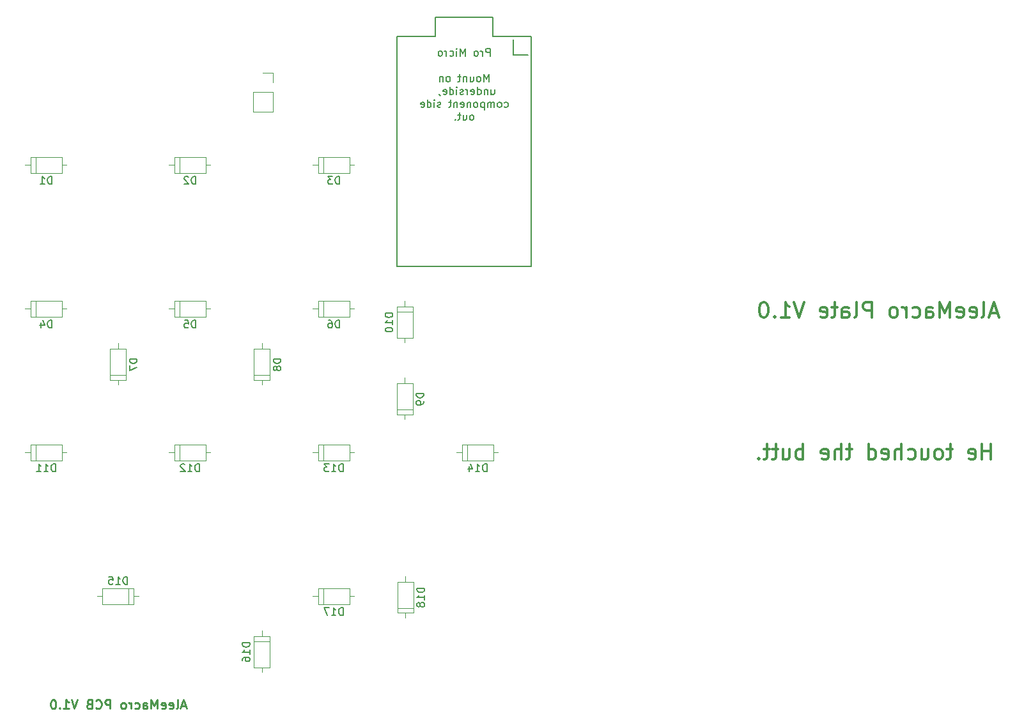
<source format=gbo>
G04 #@! TF.GenerationSoftware,KiCad,Pcbnew,(5.1.4)-1*
G04 #@! TF.CreationDate,2021-07-20T11:22:30+01:00*
G04 #@! TF.ProjectId,AleeMacro,416c6565-4d61-4637-926f-2e6b69636164,rev?*
G04 #@! TF.SameCoordinates,Original*
G04 #@! TF.FileFunction,Legend,Bot*
G04 #@! TF.FilePolarity,Positive*
%FSLAX46Y46*%
G04 Gerber Fmt 4.6, Leading zero omitted, Abs format (unit mm)*
G04 Created by KiCad (PCBNEW (5.1.4)-1) date 2021-07-20 11:22:30*
%MOMM*%
%LPD*%
G04 APERTURE LIST*
%ADD10C,0.300000*%
%ADD11C,0.250000*%
%ADD12C,0.200000*%
%ADD13C,0.150000*%
%ADD14C,0.120000*%
%ADD15C,2.650000*%
%ADD16C,2.650000*%
%ADD17C,4.387800*%
%ADD18C,2.150000*%
%ADD19R,2.100000X2.100000*%
%ADD20O,2.100000X2.100000*%
%ADD21C,3.448000*%
%ADD22O,2.000000X2.000000*%
%ADD23R,2.000000X2.000000*%
%ADD24C,1.187400*%
G04 APERTURE END LIST*
D10*
X244996952Y-101711011D02*
X244996952Y-99711011D01*
X244996952Y-100663392D02*
X243854095Y-100663392D01*
X243854095Y-101711011D02*
X243854095Y-99711011D01*
X242139809Y-101615773D02*
X242330285Y-101711011D01*
X242711238Y-101711011D01*
X242901714Y-101615773D01*
X242996952Y-101425297D01*
X242996952Y-100663392D01*
X242901714Y-100472916D01*
X242711238Y-100377678D01*
X242330285Y-100377678D01*
X242139809Y-100472916D01*
X242044571Y-100663392D01*
X242044571Y-100853869D01*
X242996952Y-101044345D01*
X239949333Y-100377678D02*
X239187428Y-100377678D01*
X239663619Y-99711011D02*
X239663619Y-101425297D01*
X239568380Y-101615773D01*
X239377904Y-101711011D01*
X239187428Y-101711011D01*
X238235047Y-101711011D02*
X238425523Y-101615773D01*
X238520761Y-101520535D01*
X238616000Y-101330059D01*
X238616000Y-100758630D01*
X238520761Y-100568154D01*
X238425523Y-100472916D01*
X238235047Y-100377678D01*
X237949333Y-100377678D01*
X237758857Y-100472916D01*
X237663619Y-100568154D01*
X237568380Y-100758630D01*
X237568380Y-101330059D01*
X237663619Y-101520535D01*
X237758857Y-101615773D01*
X237949333Y-101711011D01*
X238235047Y-101711011D01*
X235854095Y-100377678D02*
X235854095Y-101711011D01*
X236711238Y-100377678D02*
X236711238Y-101425297D01*
X236616000Y-101615773D01*
X236425523Y-101711011D01*
X236139809Y-101711011D01*
X235949333Y-101615773D01*
X235854095Y-101520535D01*
X234044571Y-101615773D02*
X234235047Y-101711011D01*
X234616000Y-101711011D01*
X234806476Y-101615773D01*
X234901714Y-101520535D01*
X234996952Y-101330059D01*
X234996952Y-100758630D01*
X234901714Y-100568154D01*
X234806476Y-100472916D01*
X234616000Y-100377678D01*
X234235047Y-100377678D01*
X234044571Y-100472916D01*
X233187428Y-101711011D02*
X233187428Y-99711011D01*
X232330285Y-101711011D02*
X232330285Y-100663392D01*
X232425523Y-100472916D01*
X232616000Y-100377678D01*
X232901714Y-100377678D01*
X233092190Y-100472916D01*
X233187428Y-100568154D01*
X230616000Y-101615773D02*
X230806476Y-101711011D01*
X231187428Y-101711011D01*
X231377904Y-101615773D01*
X231473142Y-101425297D01*
X231473142Y-100663392D01*
X231377904Y-100472916D01*
X231187428Y-100377678D01*
X230806476Y-100377678D01*
X230616000Y-100472916D01*
X230520761Y-100663392D01*
X230520761Y-100853869D01*
X231473142Y-101044345D01*
X228806476Y-101711011D02*
X228806476Y-99711011D01*
X228806476Y-101615773D02*
X228996952Y-101711011D01*
X229377904Y-101711011D01*
X229568380Y-101615773D01*
X229663619Y-101520535D01*
X229758857Y-101330059D01*
X229758857Y-100758630D01*
X229663619Y-100568154D01*
X229568380Y-100472916D01*
X229377904Y-100377678D01*
X228996952Y-100377678D01*
X228806476Y-100472916D01*
X226616000Y-100377678D02*
X225854095Y-100377678D01*
X226330285Y-99711011D02*
X226330285Y-101425297D01*
X226235047Y-101615773D01*
X226044571Y-101711011D01*
X225854095Y-101711011D01*
X225187428Y-101711011D02*
X225187428Y-99711011D01*
X224330285Y-101711011D02*
X224330285Y-100663392D01*
X224425523Y-100472916D01*
X224616000Y-100377678D01*
X224901714Y-100377678D01*
X225092190Y-100472916D01*
X225187428Y-100568154D01*
X222616000Y-101615773D02*
X222806476Y-101711011D01*
X223187428Y-101711011D01*
X223377904Y-101615773D01*
X223473142Y-101425297D01*
X223473142Y-100663392D01*
X223377904Y-100472916D01*
X223187428Y-100377678D01*
X222806476Y-100377678D01*
X222616000Y-100472916D01*
X222520761Y-100663392D01*
X222520761Y-100853869D01*
X223473142Y-101044345D01*
X220139809Y-101711011D02*
X220139809Y-99711011D01*
X220139809Y-100472916D02*
X219949333Y-100377678D01*
X219568380Y-100377678D01*
X219377904Y-100472916D01*
X219282666Y-100568154D01*
X219187428Y-100758630D01*
X219187428Y-101330059D01*
X219282666Y-101520535D01*
X219377904Y-101615773D01*
X219568380Y-101711011D01*
X219949333Y-101711011D01*
X220139809Y-101615773D01*
X217473142Y-100377678D02*
X217473142Y-101711011D01*
X218330285Y-100377678D02*
X218330285Y-101425297D01*
X218235047Y-101615773D01*
X218044571Y-101711011D01*
X217758857Y-101711011D01*
X217568380Y-101615773D01*
X217473142Y-101520535D01*
X216806476Y-100377678D02*
X216044571Y-100377678D01*
X216520761Y-99711011D02*
X216520761Y-101425297D01*
X216425523Y-101615773D01*
X216235047Y-101711011D01*
X216044571Y-101711011D01*
X215663619Y-100377678D02*
X214901714Y-100377678D01*
X215377904Y-99711011D02*
X215377904Y-101425297D01*
X215282666Y-101615773D01*
X215092190Y-101711011D01*
X214901714Y-101711011D01*
X214235047Y-101520535D02*
X214139809Y-101615773D01*
X214235047Y-101711011D01*
X214330285Y-101615773D01*
X214235047Y-101520535D01*
X214235047Y-101711011D01*
X245885904Y-82343583D02*
X244933523Y-82343583D01*
X246076380Y-82915011D02*
X245409714Y-80915011D01*
X244743047Y-82915011D01*
X243790666Y-82915011D02*
X243981142Y-82819773D01*
X244076380Y-82629297D01*
X244076380Y-80915011D01*
X242266857Y-82819773D02*
X242457333Y-82915011D01*
X242838285Y-82915011D01*
X243028761Y-82819773D01*
X243124000Y-82629297D01*
X243124000Y-81867392D01*
X243028761Y-81676916D01*
X242838285Y-81581678D01*
X242457333Y-81581678D01*
X242266857Y-81676916D01*
X242171619Y-81867392D01*
X242171619Y-82057869D01*
X243124000Y-82248345D01*
X240552571Y-82819773D02*
X240743047Y-82915011D01*
X241124000Y-82915011D01*
X241314476Y-82819773D01*
X241409714Y-82629297D01*
X241409714Y-81867392D01*
X241314476Y-81676916D01*
X241124000Y-81581678D01*
X240743047Y-81581678D01*
X240552571Y-81676916D01*
X240457333Y-81867392D01*
X240457333Y-82057869D01*
X241409714Y-82248345D01*
X239600190Y-82915011D02*
X239600190Y-80915011D01*
X238933523Y-82343583D01*
X238266857Y-80915011D01*
X238266857Y-82915011D01*
X236457333Y-82915011D02*
X236457333Y-81867392D01*
X236552571Y-81676916D01*
X236743047Y-81581678D01*
X237124000Y-81581678D01*
X237314476Y-81676916D01*
X236457333Y-82819773D02*
X236647809Y-82915011D01*
X237124000Y-82915011D01*
X237314476Y-82819773D01*
X237409714Y-82629297D01*
X237409714Y-82438821D01*
X237314476Y-82248345D01*
X237124000Y-82153107D01*
X236647809Y-82153107D01*
X236457333Y-82057869D01*
X234647809Y-82819773D02*
X234838285Y-82915011D01*
X235219238Y-82915011D01*
X235409714Y-82819773D01*
X235504952Y-82724535D01*
X235600190Y-82534059D01*
X235600190Y-81962630D01*
X235504952Y-81772154D01*
X235409714Y-81676916D01*
X235219238Y-81581678D01*
X234838285Y-81581678D01*
X234647809Y-81676916D01*
X233790666Y-82915011D02*
X233790666Y-81581678D01*
X233790666Y-81962630D02*
X233695428Y-81772154D01*
X233600190Y-81676916D01*
X233409714Y-81581678D01*
X233219238Y-81581678D01*
X232266857Y-82915011D02*
X232457333Y-82819773D01*
X232552571Y-82724535D01*
X232647809Y-82534059D01*
X232647809Y-81962630D01*
X232552571Y-81772154D01*
X232457333Y-81676916D01*
X232266857Y-81581678D01*
X231981142Y-81581678D01*
X231790666Y-81676916D01*
X231695428Y-81772154D01*
X231600190Y-81962630D01*
X231600190Y-82534059D01*
X231695428Y-82724535D01*
X231790666Y-82819773D01*
X231981142Y-82915011D01*
X232266857Y-82915011D01*
X229219238Y-82915011D02*
X229219238Y-80915011D01*
X228457333Y-80915011D01*
X228266857Y-81010250D01*
X228171619Y-81105488D01*
X228076380Y-81295964D01*
X228076380Y-81581678D01*
X228171619Y-81772154D01*
X228266857Y-81867392D01*
X228457333Y-81962630D01*
X229219238Y-81962630D01*
X226933523Y-82915011D02*
X227124000Y-82819773D01*
X227219238Y-82629297D01*
X227219238Y-80915011D01*
X225314476Y-82915011D02*
X225314476Y-81867392D01*
X225409714Y-81676916D01*
X225600190Y-81581678D01*
X225981142Y-81581678D01*
X226171619Y-81676916D01*
X225314476Y-82819773D02*
X225504952Y-82915011D01*
X225981142Y-82915011D01*
X226171619Y-82819773D01*
X226266857Y-82629297D01*
X226266857Y-82438821D01*
X226171619Y-82248345D01*
X225981142Y-82153107D01*
X225504952Y-82153107D01*
X225314476Y-82057869D01*
X224647809Y-81581678D02*
X223885904Y-81581678D01*
X224362095Y-80915011D02*
X224362095Y-82629297D01*
X224266857Y-82819773D01*
X224076380Y-82915011D01*
X223885904Y-82915011D01*
X222457333Y-82819773D02*
X222647809Y-82915011D01*
X223028761Y-82915011D01*
X223219238Y-82819773D01*
X223314476Y-82629297D01*
X223314476Y-81867392D01*
X223219238Y-81676916D01*
X223028761Y-81581678D01*
X222647809Y-81581678D01*
X222457333Y-81676916D01*
X222362095Y-81867392D01*
X222362095Y-82057869D01*
X223314476Y-82248345D01*
X220266857Y-80915011D02*
X219600190Y-82915011D01*
X218933523Y-80915011D01*
X217219238Y-82915011D02*
X218362095Y-82915011D01*
X217790666Y-82915011D02*
X217790666Y-80915011D01*
X217981142Y-81200726D01*
X218171619Y-81391202D01*
X218362095Y-81486440D01*
X216362095Y-82724535D02*
X216266857Y-82819773D01*
X216362095Y-82915011D01*
X216457333Y-82819773D01*
X216362095Y-82724535D01*
X216362095Y-82915011D01*
X215028761Y-80915011D02*
X214838285Y-80915011D01*
X214647809Y-81010250D01*
X214552571Y-81105488D01*
X214457333Y-81295964D01*
X214362095Y-81676916D01*
X214362095Y-82153107D01*
X214457333Y-82534059D01*
X214552571Y-82724535D01*
X214647809Y-82819773D01*
X214838285Y-82915011D01*
X215028761Y-82915011D01*
X215219238Y-82819773D01*
X215314476Y-82724535D01*
X215409714Y-82534059D01*
X215504952Y-82153107D01*
X215504952Y-81676916D01*
X215409714Y-81295964D01*
X215314476Y-81105488D01*
X215219238Y-81010250D01*
X215028761Y-80915011D01*
D11*
X138355857Y-134439000D02*
X137784428Y-134439000D01*
X138470142Y-134781857D02*
X138070142Y-133581857D01*
X137670142Y-134781857D01*
X137098714Y-134781857D02*
X137213000Y-134724714D01*
X137270142Y-134610428D01*
X137270142Y-133581857D01*
X136184428Y-134724714D02*
X136298714Y-134781857D01*
X136527285Y-134781857D01*
X136641571Y-134724714D01*
X136698714Y-134610428D01*
X136698714Y-134153285D01*
X136641571Y-134039000D01*
X136527285Y-133981857D01*
X136298714Y-133981857D01*
X136184428Y-134039000D01*
X136127285Y-134153285D01*
X136127285Y-134267571D01*
X136698714Y-134381857D01*
X135155857Y-134724714D02*
X135270142Y-134781857D01*
X135498714Y-134781857D01*
X135613000Y-134724714D01*
X135670142Y-134610428D01*
X135670142Y-134153285D01*
X135613000Y-134039000D01*
X135498714Y-133981857D01*
X135270142Y-133981857D01*
X135155857Y-134039000D01*
X135098714Y-134153285D01*
X135098714Y-134267571D01*
X135670142Y-134381857D01*
X134584428Y-134781857D02*
X134584428Y-133581857D01*
X134184428Y-134439000D01*
X133784428Y-133581857D01*
X133784428Y-134781857D01*
X132698714Y-134781857D02*
X132698714Y-134153285D01*
X132755857Y-134039000D01*
X132870142Y-133981857D01*
X133098714Y-133981857D01*
X133213000Y-134039000D01*
X132698714Y-134724714D02*
X132813000Y-134781857D01*
X133098714Y-134781857D01*
X133213000Y-134724714D01*
X133270142Y-134610428D01*
X133270142Y-134496142D01*
X133213000Y-134381857D01*
X133098714Y-134324714D01*
X132813000Y-134324714D01*
X132698714Y-134267571D01*
X131613000Y-134724714D02*
X131727285Y-134781857D01*
X131955857Y-134781857D01*
X132070142Y-134724714D01*
X132127285Y-134667571D01*
X132184428Y-134553285D01*
X132184428Y-134210428D01*
X132127285Y-134096142D01*
X132070142Y-134039000D01*
X131955857Y-133981857D01*
X131727285Y-133981857D01*
X131613000Y-134039000D01*
X131098714Y-134781857D02*
X131098714Y-133981857D01*
X131098714Y-134210428D02*
X131041571Y-134096142D01*
X130984428Y-134039000D01*
X130870142Y-133981857D01*
X130755857Y-133981857D01*
X130184428Y-134781857D02*
X130298714Y-134724714D01*
X130355857Y-134667571D01*
X130413000Y-134553285D01*
X130413000Y-134210428D01*
X130355857Y-134096142D01*
X130298714Y-134039000D01*
X130184428Y-133981857D01*
X130013000Y-133981857D01*
X129898714Y-134039000D01*
X129841571Y-134096142D01*
X129784428Y-134210428D01*
X129784428Y-134553285D01*
X129841571Y-134667571D01*
X129898714Y-134724714D01*
X130013000Y-134781857D01*
X130184428Y-134781857D01*
X128355857Y-134781857D02*
X128355857Y-133581857D01*
X127898714Y-133581857D01*
X127784428Y-133639000D01*
X127727285Y-133696142D01*
X127670142Y-133810428D01*
X127670142Y-133981857D01*
X127727285Y-134096142D01*
X127784428Y-134153285D01*
X127898714Y-134210428D01*
X128355857Y-134210428D01*
X126470142Y-134667571D02*
X126527285Y-134724714D01*
X126698714Y-134781857D01*
X126813000Y-134781857D01*
X126984428Y-134724714D01*
X127098714Y-134610428D01*
X127155857Y-134496142D01*
X127213000Y-134267571D01*
X127213000Y-134096142D01*
X127155857Y-133867571D01*
X127098714Y-133753285D01*
X126984428Y-133639000D01*
X126813000Y-133581857D01*
X126698714Y-133581857D01*
X126527285Y-133639000D01*
X126470142Y-133696142D01*
X125555857Y-134153285D02*
X125384428Y-134210428D01*
X125327285Y-134267571D01*
X125270142Y-134381857D01*
X125270142Y-134553285D01*
X125327285Y-134667571D01*
X125384428Y-134724714D01*
X125498714Y-134781857D01*
X125955857Y-134781857D01*
X125955857Y-133581857D01*
X125555857Y-133581857D01*
X125441571Y-133639000D01*
X125384428Y-133696142D01*
X125327285Y-133810428D01*
X125327285Y-133924714D01*
X125384428Y-134039000D01*
X125441571Y-134096142D01*
X125555857Y-134153285D01*
X125955857Y-134153285D01*
X124013000Y-133581857D02*
X123613000Y-134781857D01*
X123213000Y-133581857D01*
X122184428Y-134781857D02*
X122870142Y-134781857D01*
X122527285Y-134781857D02*
X122527285Y-133581857D01*
X122641571Y-133753285D01*
X122755857Y-133867571D01*
X122870142Y-133924714D01*
X121670142Y-134667571D02*
X121613000Y-134724714D01*
X121670142Y-134781857D01*
X121727285Y-134724714D01*
X121670142Y-134667571D01*
X121670142Y-134781857D01*
X120870142Y-133581857D02*
X120755857Y-133581857D01*
X120641571Y-133639000D01*
X120584428Y-133696142D01*
X120527285Y-133810428D01*
X120470142Y-134039000D01*
X120470142Y-134324714D01*
X120527285Y-134553285D01*
X120584428Y-134667571D01*
X120641571Y-134724714D01*
X120755857Y-134781857D01*
X120870142Y-134781857D01*
X120984428Y-134724714D01*
X121041571Y-134667571D01*
X121098714Y-134553285D01*
X121155857Y-134324714D01*
X121155857Y-134039000D01*
X121098714Y-133810428D01*
X121041571Y-133696142D01*
X120984428Y-133639000D01*
X120870142Y-133581857D01*
D12*
X181768750Y-48164750D02*
X181768750Y-46132750D01*
X183673750Y-48164750D02*
X181768750Y-48164750D01*
X178664761Y-48272380D02*
X178664761Y-47272380D01*
X178283809Y-47272380D01*
X178188571Y-47320000D01*
X178140952Y-47367619D01*
X178093333Y-47462857D01*
X178093333Y-47605714D01*
X178140952Y-47700952D01*
X178188571Y-47748571D01*
X178283809Y-47796190D01*
X178664761Y-47796190D01*
X177664761Y-48272380D02*
X177664761Y-47605714D01*
X177664761Y-47796190D02*
X177617142Y-47700952D01*
X177569523Y-47653333D01*
X177474285Y-47605714D01*
X177379047Y-47605714D01*
X176902857Y-48272380D02*
X176998095Y-48224761D01*
X177045714Y-48177142D01*
X177093333Y-48081904D01*
X177093333Y-47796190D01*
X177045714Y-47700952D01*
X176998095Y-47653333D01*
X176902857Y-47605714D01*
X176760000Y-47605714D01*
X176664761Y-47653333D01*
X176617142Y-47700952D01*
X176569523Y-47796190D01*
X176569523Y-48081904D01*
X176617142Y-48177142D01*
X176664761Y-48224761D01*
X176760000Y-48272380D01*
X176902857Y-48272380D01*
X175379047Y-48272380D02*
X175379047Y-47272380D01*
X175045714Y-47986666D01*
X174712380Y-47272380D01*
X174712380Y-48272380D01*
X174236190Y-48272380D02*
X174236190Y-47605714D01*
X174236190Y-47272380D02*
X174283809Y-47320000D01*
X174236190Y-47367619D01*
X174188571Y-47320000D01*
X174236190Y-47272380D01*
X174236190Y-47367619D01*
X173331428Y-48224761D02*
X173426666Y-48272380D01*
X173617142Y-48272380D01*
X173712380Y-48224761D01*
X173760000Y-48177142D01*
X173807619Y-48081904D01*
X173807619Y-47796190D01*
X173760000Y-47700952D01*
X173712380Y-47653333D01*
X173617142Y-47605714D01*
X173426666Y-47605714D01*
X173331428Y-47653333D01*
X172902857Y-48272380D02*
X172902857Y-47605714D01*
X172902857Y-47796190D02*
X172855238Y-47700952D01*
X172807619Y-47653333D01*
X172712380Y-47605714D01*
X172617142Y-47605714D01*
X172140952Y-48272380D02*
X172236190Y-48224761D01*
X172283809Y-48177142D01*
X172331428Y-48081904D01*
X172331428Y-47796190D01*
X172283809Y-47700952D01*
X172236190Y-47653333D01*
X172140952Y-47605714D01*
X171998095Y-47605714D01*
X171902857Y-47653333D01*
X171855238Y-47700952D01*
X171807619Y-47796190D01*
X171807619Y-48081904D01*
X171855238Y-48177142D01*
X171902857Y-48224761D01*
X171998095Y-48272380D01*
X172140952Y-48272380D01*
X178521904Y-51672380D02*
X178521904Y-50672380D01*
X178188571Y-51386666D01*
X177855238Y-50672380D01*
X177855238Y-51672380D01*
X177236190Y-51672380D02*
X177331428Y-51624761D01*
X177379047Y-51577142D01*
X177426666Y-51481904D01*
X177426666Y-51196190D01*
X177379047Y-51100952D01*
X177331428Y-51053333D01*
X177236190Y-51005714D01*
X177093333Y-51005714D01*
X176998095Y-51053333D01*
X176950476Y-51100952D01*
X176902857Y-51196190D01*
X176902857Y-51481904D01*
X176950476Y-51577142D01*
X176998095Y-51624761D01*
X177093333Y-51672380D01*
X177236190Y-51672380D01*
X176045714Y-51005714D02*
X176045714Y-51672380D01*
X176474285Y-51005714D02*
X176474285Y-51529523D01*
X176426666Y-51624761D01*
X176331428Y-51672380D01*
X176188571Y-51672380D01*
X176093333Y-51624761D01*
X176045714Y-51577142D01*
X175569523Y-51005714D02*
X175569523Y-51672380D01*
X175569523Y-51100952D02*
X175521904Y-51053333D01*
X175426666Y-51005714D01*
X175283809Y-51005714D01*
X175188571Y-51053333D01*
X175140952Y-51148571D01*
X175140952Y-51672380D01*
X174807619Y-51005714D02*
X174426666Y-51005714D01*
X174664761Y-50672380D02*
X174664761Y-51529523D01*
X174617142Y-51624761D01*
X174521904Y-51672380D01*
X174426666Y-51672380D01*
X173188571Y-51672380D02*
X173283809Y-51624761D01*
X173331428Y-51577142D01*
X173379047Y-51481904D01*
X173379047Y-51196190D01*
X173331428Y-51100952D01*
X173283809Y-51053333D01*
X173188571Y-51005714D01*
X173045714Y-51005714D01*
X172950476Y-51053333D01*
X172902857Y-51100952D01*
X172855238Y-51196190D01*
X172855238Y-51481904D01*
X172902857Y-51577142D01*
X172950476Y-51624761D01*
X173045714Y-51672380D01*
X173188571Y-51672380D01*
X172426666Y-51005714D02*
X172426666Y-51672380D01*
X172426666Y-51100952D02*
X172379047Y-51053333D01*
X172283809Y-51005714D01*
X172140952Y-51005714D01*
X172045714Y-51053333D01*
X171998095Y-51148571D01*
X171998095Y-51672380D01*
X178831428Y-52705714D02*
X178831428Y-53372380D01*
X179260000Y-52705714D02*
X179260000Y-53229523D01*
X179212380Y-53324761D01*
X179117142Y-53372380D01*
X178974285Y-53372380D01*
X178879047Y-53324761D01*
X178831428Y-53277142D01*
X178355238Y-52705714D02*
X178355238Y-53372380D01*
X178355238Y-52800952D02*
X178307619Y-52753333D01*
X178212380Y-52705714D01*
X178069523Y-52705714D01*
X177974285Y-52753333D01*
X177926666Y-52848571D01*
X177926666Y-53372380D01*
X177021904Y-53372380D02*
X177021904Y-52372380D01*
X177021904Y-53324761D02*
X177117142Y-53372380D01*
X177307619Y-53372380D01*
X177402857Y-53324761D01*
X177450476Y-53277142D01*
X177498095Y-53181904D01*
X177498095Y-52896190D01*
X177450476Y-52800952D01*
X177402857Y-52753333D01*
X177307619Y-52705714D01*
X177117142Y-52705714D01*
X177021904Y-52753333D01*
X176164761Y-53324761D02*
X176260000Y-53372380D01*
X176450476Y-53372380D01*
X176545714Y-53324761D01*
X176593333Y-53229523D01*
X176593333Y-52848571D01*
X176545714Y-52753333D01*
X176450476Y-52705714D01*
X176260000Y-52705714D01*
X176164761Y-52753333D01*
X176117142Y-52848571D01*
X176117142Y-52943809D01*
X176593333Y-53039047D01*
X175688571Y-53372380D02*
X175688571Y-52705714D01*
X175688571Y-52896190D02*
X175640952Y-52800952D01*
X175593333Y-52753333D01*
X175498095Y-52705714D01*
X175402857Y-52705714D01*
X175117142Y-53324761D02*
X175021904Y-53372380D01*
X174831428Y-53372380D01*
X174736190Y-53324761D01*
X174688571Y-53229523D01*
X174688571Y-53181904D01*
X174736190Y-53086666D01*
X174831428Y-53039047D01*
X174974285Y-53039047D01*
X175069523Y-52991428D01*
X175117142Y-52896190D01*
X175117142Y-52848571D01*
X175069523Y-52753333D01*
X174974285Y-52705714D01*
X174831428Y-52705714D01*
X174736190Y-52753333D01*
X174260000Y-53372380D02*
X174260000Y-52705714D01*
X174260000Y-52372380D02*
X174307619Y-52420000D01*
X174260000Y-52467619D01*
X174212380Y-52420000D01*
X174260000Y-52372380D01*
X174260000Y-52467619D01*
X173355238Y-53372380D02*
X173355238Y-52372380D01*
X173355238Y-53324761D02*
X173450476Y-53372380D01*
X173640952Y-53372380D01*
X173736190Y-53324761D01*
X173783809Y-53277142D01*
X173831428Y-53181904D01*
X173831428Y-52896190D01*
X173783809Y-52800952D01*
X173736190Y-52753333D01*
X173640952Y-52705714D01*
X173450476Y-52705714D01*
X173355238Y-52753333D01*
X172498095Y-53324761D02*
X172593333Y-53372380D01*
X172783809Y-53372380D01*
X172879047Y-53324761D01*
X172926666Y-53229523D01*
X172926666Y-52848571D01*
X172879047Y-52753333D01*
X172783809Y-52705714D01*
X172593333Y-52705714D01*
X172498095Y-52753333D01*
X172450476Y-52848571D01*
X172450476Y-52943809D01*
X172926666Y-53039047D01*
X171974285Y-53324761D02*
X171974285Y-53372380D01*
X172021904Y-53467619D01*
X172069523Y-53515238D01*
X180569523Y-55024761D02*
X180664761Y-55072380D01*
X180855238Y-55072380D01*
X180950476Y-55024761D01*
X180998095Y-54977142D01*
X181045714Y-54881904D01*
X181045714Y-54596190D01*
X180998095Y-54500952D01*
X180950476Y-54453333D01*
X180855238Y-54405714D01*
X180664761Y-54405714D01*
X180569523Y-54453333D01*
X179998095Y-55072380D02*
X180093333Y-55024761D01*
X180140952Y-54977142D01*
X180188571Y-54881904D01*
X180188571Y-54596190D01*
X180140952Y-54500952D01*
X180093333Y-54453333D01*
X179998095Y-54405714D01*
X179855238Y-54405714D01*
X179760000Y-54453333D01*
X179712380Y-54500952D01*
X179664761Y-54596190D01*
X179664761Y-54881904D01*
X179712380Y-54977142D01*
X179760000Y-55024761D01*
X179855238Y-55072380D01*
X179998095Y-55072380D01*
X179236190Y-55072380D02*
X179236190Y-54405714D01*
X179236190Y-54500952D02*
X179188571Y-54453333D01*
X179093333Y-54405714D01*
X178950476Y-54405714D01*
X178855238Y-54453333D01*
X178807619Y-54548571D01*
X178807619Y-55072380D01*
X178807619Y-54548571D02*
X178760000Y-54453333D01*
X178664761Y-54405714D01*
X178521904Y-54405714D01*
X178426666Y-54453333D01*
X178379047Y-54548571D01*
X178379047Y-55072380D01*
X177902857Y-54405714D02*
X177902857Y-55405714D01*
X177902857Y-54453333D02*
X177807619Y-54405714D01*
X177617142Y-54405714D01*
X177521904Y-54453333D01*
X177474285Y-54500952D01*
X177426666Y-54596190D01*
X177426666Y-54881904D01*
X177474285Y-54977142D01*
X177521904Y-55024761D01*
X177617142Y-55072380D01*
X177807619Y-55072380D01*
X177902857Y-55024761D01*
X176855238Y-55072380D02*
X176950476Y-55024761D01*
X176998095Y-54977142D01*
X177045714Y-54881904D01*
X177045714Y-54596190D01*
X176998095Y-54500952D01*
X176950476Y-54453333D01*
X176855238Y-54405714D01*
X176712380Y-54405714D01*
X176617142Y-54453333D01*
X176569523Y-54500952D01*
X176521904Y-54596190D01*
X176521904Y-54881904D01*
X176569523Y-54977142D01*
X176617142Y-55024761D01*
X176712380Y-55072380D01*
X176855238Y-55072380D01*
X176093333Y-54405714D02*
X176093333Y-55072380D01*
X176093333Y-54500952D02*
X176045714Y-54453333D01*
X175950476Y-54405714D01*
X175807619Y-54405714D01*
X175712380Y-54453333D01*
X175664761Y-54548571D01*
X175664761Y-55072380D01*
X174807619Y-55024761D02*
X174902857Y-55072380D01*
X175093333Y-55072380D01*
X175188571Y-55024761D01*
X175236190Y-54929523D01*
X175236190Y-54548571D01*
X175188571Y-54453333D01*
X175093333Y-54405714D01*
X174902857Y-54405714D01*
X174807619Y-54453333D01*
X174760000Y-54548571D01*
X174760000Y-54643809D01*
X175236190Y-54739047D01*
X174331428Y-54405714D02*
X174331428Y-55072380D01*
X174331428Y-54500952D02*
X174283809Y-54453333D01*
X174188571Y-54405714D01*
X174045714Y-54405714D01*
X173950476Y-54453333D01*
X173902857Y-54548571D01*
X173902857Y-55072380D01*
X173569523Y-54405714D02*
X173188571Y-54405714D01*
X173426666Y-54072380D02*
X173426666Y-54929523D01*
X173379047Y-55024761D01*
X173283809Y-55072380D01*
X173188571Y-55072380D01*
X172140952Y-55024761D02*
X172045714Y-55072380D01*
X171855238Y-55072380D01*
X171760000Y-55024761D01*
X171712380Y-54929523D01*
X171712380Y-54881904D01*
X171760000Y-54786666D01*
X171855238Y-54739047D01*
X171998095Y-54739047D01*
X172093333Y-54691428D01*
X172140952Y-54596190D01*
X172140952Y-54548571D01*
X172093333Y-54453333D01*
X171998095Y-54405714D01*
X171855238Y-54405714D01*
X171760000Y-54453333D01*
X171283809Y-55072380D02*
X171283809Y-54405714D01*
X171283809Y-54072380D02*
X171331428Y-54120000D01*
X171283809Y-54167619D01*
X171236190Y-54120000D01*
X171283809Y-54072380D01*
X171283809Y-54167619D01*
X170379047Y-55072380D02*
X170379047Y-54072380D01*
X170379047Y-55024761D02*
X170474285Y-55072380D01*
X170664761Y-55072380D01*
X170760000Y-55024761D01*
X170807619Y-54977142D01*
X170855238Y-54881904D01*
X170855238Y-54596190D01*
X170807619Y-54500952D01*
X170760000Y-54453333D01*
X170664761Y-54405714D01*
X170474285Y-54405714D01*
X170379047Y-54453333D01*
X169521904Y-55024761D02*
X169617142Y-55072380D01*
X169807619Y-55072380D01*
X169902857Y-55024761D01*
X169950476Y-54929523D01*
X169950476Y-54548571D01*
X169902857Y-54453333D01*
X169807619Y-54405714D01*
X169617142Y-54405714D01*
X169521904Y-54453333D01*
X169474285Y-54548571D01*
X169474285Y-54643809D01*
X169950476Y-54739047D01*
X176307619Y-56772380D02*
X176402857Y-56724761D01*
X176450476Y-56677142D01*
X176498095Y-56581904D01*
X176498095Y-56296190D01*
X176450476Y-56200952D01*
X176402857Y-56153333D01*
X176307619Y-56105714D01*
X176164761Y-56105714D01*
X176069523Y-56153333D01*
X176021904Y-56200952D01*
X175974285Y-56296190D01*
X175974285Y-56581904D01*
X176021904Y-56677142D01*
X176069523Y-56724761D01*
X176164761Y-56772380D01*
X176307619Y-56772380D01*
X175117142Y-56105714D02*
X175117142Y-56772380D01*
X175545714Y-56105714D02*
X175545714Y-56629523D01*
X175498095Y-56724761D01*
X175402857Y-56772380D01*
X175260000Y-56772380D01*
X175164761Y-56724761D01*
X175117142Y-56677142D01*
X174783809Y-56105714D02*
X174402857Y-56105714D01*
X174640952Y-55772380D02*
X174640952Y-56629523D01*
X174593333Y-56724761D01*
X174498095Y-56772380D01*
X174402857Y-56772380D01*
X174069523Y-56677142D02*
X174021904Y-56724761D01*
X174069523Y-56772380D01*
X174117142Y-56724761D01*
X174069523Y-56677142D01*
X174069523Y-56772380D01*
D13*
X166370000Y-76200000D02*
X184150000Y-76200000D01*
X166370000Y-45720000D02*
X166370000Y-76200000D01*
X171450000Y-45720000D02*
X166370000Y-45720000D01*
X171450000Y-43180000D02*
X171450000Y-45720000D01*
X179070000Y-43180000D02*
X171450000Y-43180000D01*
X179070000Y-45720000D02*
X179070000Y-43180000D01*
X184150000Y-45720000D02*
X179070000Y-45720000D01*
X184150000Y-45720000D02*
X184150000Y-76200000D01*
D14*
X149920000Y-55686000D02*
X147260000Y-55686000D01*
X149920000Y-53086000D02*
X149920000Y-55686000D01*
X147260000Y-53086000D02*
X147260000Y-55686000D01*
X149920000Y-53086000D02*
X147260000Y-53086000D01*
X149920000Y-51816000D02*
X149920000Y-50486000D01*
X149920000Y-50486000D02*
X148590000Y-50486000D01*
X118488000Y-63798000D02*
X118488000Y-61678000D01*
X122718000Y-62738000D02*
X121948000Y-62738000D01*
X117058000Y-62738000D02*
X117828000Y-62738000D01*
X121948000Y-63798000D02*
X117828000Y-63798000D01*
X121948000Y-61678000D02*
X121948000Y-63798000D01*
X117828000Y-61678000D02*
X121948000Y-61678000D01*
X117828000Y-63798000D02*
X117828000Y-61678000D01*
X137538000Y-63798000D02*
X137538000Y-61678000D01*
X141768000Y-62738000D02*
X140998000Y-62738000D01*
X136108000Y-62738000D02*
X136878000Y-62738000D01*
X140998000Y-63798000D02*
X136878000Y-63798000D01*
X140998000Y-61678000D02*
X140998000Y-63798000D01*
X136878000Y-61678000D02*
X140998000Y-61678000D01*
X136878000Y-63798000D02*
X136878000Y-61678000D01*
X156588000Y-63798000D02*
X156588000Y-61678000D01*
X160818000Y-62738000D02*
X160048000Y-62738000D01*
X155158000Y-62738000D02*
X155928000Y-62738000D01*
X160048000Y-63798000D02*
X155928000Y-63798000D01*
X160048000Y-61678000D02*
X160048000Y-63798000D01*
X155928000Y-61678000D02*
X160048000Y-61678000D01*
X155928000Y-63798000D02*
X155928000Y-61678000D01*
X118488000Y-82848000D02*
X118488000Y-80728000D01*
X122718000Y-81788000D02*
X121948000Y-81788000D01*
X117058000Y-81788000D02*
X117828000Y-81788000D01*
X121948000Y-82848000D02*
X117828000Y-82848000D01*
X121948000Y-80728000D02*
X121948000Y-82848000D01*
X117828000Y-80728000D02*
X121948000Y-80728000D01*
X117828000Y-82848000D02*
X117828000Y-80728000D01*
X136878000Y-82848000D02*
X136878000Y-80728000D01*
X136878000Y-80728000D02*
X140998000Y-80728000D01*
X140998000Y-80728000D02*
X140998000Y-82848000D01*
X140998000Y-82848000D02*
X136878000Y-82848000D01*
X136108000Y-81788000D02*
X136878000Y-81788000D01*
X141768000Y-81788000D02*
X140998000Y-81788000D01*
X137538000Y-82848000D02*
X137538000Y-80728000D01*
X156588000Y-82848000D02*
X156588000Y-80728000D01*
X160818000Y-81788000D02*
X160048000Y-81788000D01*
X155158000Y-81788000D02*
X155928000Y-81788000D01*
X160048000Y-82848000D02*
X155928000Y-82848000D01*
X160048000Y-80728000D02*
X160048000Y-82848000D01*
X155928000Y-80728000D02*
X160048000Y-80728000D01*
X155928000Y-82848000D02*
X155928000Y-80728000D01*
X130473000Y-90554000D02*
X128353000Y-90554000D01*
X129413000Y-86324000D02*
X129413000Y-87094000D01*
X129413000Y-91984000D02*
X129413000Y-91214000D01*
X130473000Y-87094000D02*
X130473000Y-91214000D01*
X128353000Y-87094000D02*
X130473000Y-87094000D01*
X128353000Y-91214000D02*
X128353000Y-87094000D01*
X130473000Y-91214000D02*
X128353000Y-91214000D01*
X149523000Y-91214000D02*
X147403000Y-91214000D01*
X147403000Y-91214000D02*
X147403000Y-87094000D01*
X147403000Y-87094000D02*
X149523000Y-87094000D01*
X149523000Y-87094000D02*
X149523000Y-91214000D01*
X148463000Y-91984000D02*
X148463000Y-91214000D01*
X148463000Y-86324000D02*
X148463000Y-87094000D01*
X149523000Y-90554000D02*
X147403000Y-90554000D01*
X168446000Y-95126000D02*
X166326000Y-95126000D01*
X167386000Y-90896000D02*
X167386000Y-91666000D01*
X167386000Y-96556000D02*
X167386000Y-95786000D01*
X168446000Y-91666000D02*
X168446000Y-95786000D01*
X166326000Y-91666000D02*
X168446000Y-91666000D01*
X166326000Y-95786000D02*
X166326000Y-91666000D01*
X168446000Y-95786000D02*
X166326000Y-95786000D01*
X166326000Y-81506000D02*
X168446000Y-81506000D01*
X168446000Y-81506000D02*
X168446000Y-85626000D01*
X168446000Y-85626000D02*
X166326000Y-85626000D01*
X166326000Y-85626000D02*
X166326000Y-81506000D01*
X167386000Y-80736000D02*
X167386000Y-81506000D01*
X167386000Y-86396000D02*
X167386000Y-85626000D01*
X166326000Y-82166000D02*
X168446000Y-82166000D01*
X118488000Y-101898000D02*
X118488000Y-99778000D01*
X122718000Y-100838000D02*
X121948000Y-100838000D01*
X117058000Y-100838000D02*
X117828000Y-100838000D01*
X121948000Y-101898000D02*
X117828000Y-101898000D01*
X121948000Y-99778000D02*
X121948000Y-101898000D01*
X117828000Y-99778000D02*
X121948000Y-99778000D01*
X117828000Y-101898000D02*
X117828000Y-99778000D01*
X137538000Y-101898000D02*
X137538000Y-99778000D01*
X141768000Y-100838000D02*
X140998000Y-100838000D01*
X136108000Y-100838000D02*
X136878000Y-100838000D01*
X140998000Y-101898000D02*
X136878000Y-101898000D01*
X140998000Y-99778000D02*
X140998000Y-101898000D01*
X136878000Y-99778000D02*
X140998000Y-99778000D01*
X136878000Y-101898000D02*
X136878000Y-99778000D01*
X156588000Y-101898000D02*
X156588000Y-99778000D01*
X160818000Y-100838000D02*
X160048000Y-100838000D01*
X155158000Y-100838000D02*
X155928000Y-100838000D01*
X160048000Y-101898000D02*
X155928000Y-101898000D01*
X160048000Y-99778000D02*
X160048000Y-101898000D01*
X155928000Y-99778000D02*
X160048000Y-99778000D01*
X155928000Y-101898000D02*
X155928000Y-99778000D01*
X174978000Y-101898000D02*
X174978000Y-99778000D01*
X174978000Y-99778000D02*
X179098000Y-99778000D01*
X179098000Y-99778000D02*
X179098000Y-101898000D01*
X179098000Y-101898000D02*
X174978000Y-101898000D01*
X174208000Y-100838000D02*
X174978000Y-100838000D01*
X179868000Y-100838000D02*
X179098000Y-100838000D01*
X175638000Y-101898000D02*
X175638000Y-99778000D01*
X130813000Y-118828000D02*
X130813000Y-120948000D01*
X126583000Y-119888000D02*
X127353000Y-119888000D01*
X132243000Y-119888000D02*
X131473000Y-119888000D01*
X127353000Y-118828000D02*
X131473000Y-118828000D01*
X127353000Y-120948000D02*
X127353000Y-118828000D01*
X131473000Y-120948000D02*
X127353000Y-120948000D01*
X131473000Y-118828000D02*
X131473000Y-120948000D01*
X147403000Y-125194000D02*
X149523000Y-125194000D01*
X149523000Y-125194000D02*
X149523000Y-129314000D01*
X149523000Y-129314000D02*
X147403000Y-129314000D01*
X147403000Y-129314000D02*
X147403000Y-125194000D01*
X148463000Y-124424000D02*
X148463000Y-125194000D01*
X148463000Y-130084000D02*
X148463000Y-129314000D01*
X147403000Y-125854000D02*
X149523000Y-125854000D01*
X155928000Y-120948000D02*
X155928000Y-118828000D01*
X155928000Y-118828000D02*
X160048000Y-118828000D01*
X160048000Y-118828000D02*
X160048000Y-120948000D01*
X160048000Y-120948000D02*
X155928000Y-120948000D01*
X155158000Y-119888000D02*
X155928000Y-119888000D01*
X160818000Y-119888000D02*
X160048000Y-119888000D01*
X156588000Y-120948000D02*
X156588000Y-118828000D01*
X168541250Y-122075000D02*
X166421250Y-122075000D01*
X166421250Y-122075000D02*
X166421250Y-117955000D01*
X166421250Y-117955000D02*
X168541250Y-117955000D01*
X168541250Y-117955000D02*
X168541250Y-122075000D01*
X167481250Y-122845000D02*
X167481250Y-122075000D01*
X167481250Y-117185000D02*
X167481250Y-117955000D01*
X168541250Y-121415000D02*
X166421250Y-121415000D01*
D13*
X120626095Y-65250380D02*
X120626095Y-64250380D01*
X120388000Y-64250380D01*
X120245142Y-64298000D01*
X120149904Y-64393238D01*
X120102285Y-64488476D01*
X120054666Y-64678952D01*
X120054666Y-64821809D01*
X120102285Y-65012285D01*
X120149904Y-65107523D01*
X120245142Y-65202761D01*
X120388000Y-65250380D01*
X120626095Y-65250380D01*
X119102285Y-65250380D02*
X119673714Y-65250380D01*
X119388000Y-65250380D02*
X119388000Y-64250380D01*
X119483238Y-64393238D01*
X119578476Y-64488476D01*
X119673714Y-64536095D01*
X139676095Y-65250380D02*
X139676095Y-64250380D01*
X139438000Y-64250380D01*
X139295142Y-64298000D01*
X139199904Y-64393238D01*
X139152285Y-64488476D01*
X139104666Y-64678952D01*
X139104666Y-64821809D01*
X139152285Y-65012285D01*
X139199904Y-65107523D01*
X139295142Y-65202761D01*
X139438000Y-65250380D01*
X139676095Y-65250380D01*
X138723714Y-64345619D02*
X138676095Y-64298000D01*
X138580857Y-64250380D01*
X138342761Y-64250380D01*
X138247523Y-64298000D01*
X138199904Y-64345619D01*
X138152285Y-64440857D01*
X138152285Y-64536095D01*
X138199904Y-64678952D01*
X138771333Y-65250380D01*
X138152285Y-65250380D01*
X158726095Y-65250380D02*
X158726095Y-64250380D01*
X158488000Y-64250380D01*
X158345142Y-64298000D01*
X158249904Y-64393238D01*
X158202285Y-64488476D01*
X158154666Y-64678952D01*
X158154666Y-64821809D01*
X158202285Y-65012285D01*
X158249904Y-65107523D01*
X158345142Y-65202761D01*
X158488000Y-65250380D01*
X158726095Y-65250380D01*
X157821333Y-64250380D02*
X157202285Y-64250380D01*
X157535619Y-64631333D01*
X157392761Y-64631333D01*
X157297523Y-64678952D01*
X157249904Y-64726571D01*
X157202285Y-64821809D01*
X157202285Y-65059904D01*
X157249904Y-65155142D01*
X157297523Y-65202761D01*
X157392761Y-65250380D01*
X157678476Y-65250380D01*
X157773714Y-65202761D01*
X157821333Y-65155142D01*
X120626095Y-84300380D02*
X120626095Y-83300380D01*
X120388000Y-83300380D01*
X120245142Y-83348000D01*
X120149904Y-83443238D01*
X120102285Y-83538476D01*
X120054666Y-83728952D01*
X120054666Y-83871809D01*
X120102285Y-84062285D01*
X120149904Y-84157523D01*
X120245142Y-84252761D01*
X120388000Y-84300380D01*
X120626095Y-84300380D01*
X119197523Y-83633714D02*
X119197523Y-84300380D01*
X119435619Y-83252761D02*
X119673714Y-83967047D01*
X119054666Y-83967047D01*
X139676095Y-84300380D02*
X139676095Y-83300380D01*
X139438000Y-83300380D01*
X139295142Y-83348000D01*
X139199904Y-83443238D01*
X139152285Y-83538476D01*
X139104666Y-83728952D01*
X139104666Y-83871809D01*
X139152285Y-84062285D01*
X139199904Y-84157523D01*
X139295142Y-84252761D01*
X139438000Y-84300380D01*
X139676095Y-84300380D01*
X138199904Y-83300380D02*
X138676095Y-83300380D01*
X138723714Y-83776571D01*
X138676095Y-83728952D01*
X138580857Y-83681333D01*
X138342761Y-83681333D01*
X138247523Y-83728952D01*
X138199904Y-83776571D01*
X138152285Y-83871809D01*
X138152285Y-84109904D01*
X138199904Y-84205142D01*
X138247523Y-84252761D01*
X138342761Y-84300380D01*
X138580857Y-84300380D01*
X138676095Y-84252761D01*
X138723714Y-84205142D01*
X158726095Y-84300380D02*
X158726095Y-83300380D01*
X158488000Y-83300380D01*
X158345142Y-83348000D01*
X158249904Y-83443238D01*
X158202285Y-83538476D01*
X158154666Y-83728952D01*
X158154666Y-83871809D01*
X158202285Y-84062285D01*
X158249904Y-84157523D01*
X158345142Y-84252761D01*
X158488000Y-84300380D01*
X158726095Y-84300380D01*
X157297523Y-83300380D02*
X157488000Y-83300380D01*
X157583238Y-83348000D01*
X157630857Y-83395619D01*
X157726095Y-83538476D01*
X157773714Y-83728952D01*
X157773714Y-84109904D01*
X157726095Y-84205142D01*
X157678476Y-84252761D01*
X157583238Y-84300380D01*
X157392761Y-84300380D01*
X157297523Y-84252761D01*
X157249904Y-84205142D01*
X157202285Y-84109904D01*
X157202285Y-83871809D01*
X157249904Y-83776571D01*
X157297523Y-83728952D01*
X157392761Y-83681333D01*
X157583238Y-83681333D01*
X157678476Y-83728952D01*
X157726095Y-83776571D01*
X157773714Y-83871809D01*
X131925380Y-88415904D02*
X130925380Y-88415904D01*
X130925380Y-88654000D01*
X130973000Y-88796857D01*
X131068238Y-88892095D01*
X131163476Y-88939714D01*
X131353952Y-88987333D01*
X131496809Y-88987333D01*
X131687285Y-88939714D01*
X131782523Y-88892095D01*
X131877761Y-88796857D01*
X131925380Y-88654000D01*
X131925380Y-88415904D01*
X130925380Y-89320666D02*
X130925380Y-89987333D01*
X131925380Y-89558761D01*
X150975380Y-88415904D02*
X149975380Y-88415904D01*
X149975380Y-88654000D01*
X150023000Y-88796857D01*
X150118238Y-88892095D01*
X150213476Y-88939714D01*
X150403952Y-88987333D01*
X150546809Y-88987333D01*
X150737285Y-88939714D01*
X150832523Y-88892095D01*
X150927761Y-88796857D01*
X150975380Y-88654000D01*
X150975380Y-88415904D01*
X150403952Y-89558761D02*
X150356333Y-89463523D01*
X150308714Y-89415904D01*
X150213476Y-89368285D01*
X150165857Y-89368285D01*
X150070619Y-89415904D01*
X150023000Y-89463523D01*
X149975380Y-89558761D01*
X149975380Y-89749238D01*
X150023000Y-89844476D01*
X150070619Y-89892095D01*
X150165857Y-89939714D01*
X150213476Y-89939714D01*
X150308714Y-89892095D01*
X150356333Y-89844476D01*
X150403952Y-89749238D01*
X150403952Y-89558761D01*
X150451571Y-89463523D01*
X150499190Y-89415904D01*
X150594428Y-89368285D01*
X150784904Y-89368285D01*
X150880142Y-89415904D01*
X150927761Y-89463523D01*
X150975380Y-89558761D01*
X150975380Y-89749238D01*
X150927761Y-89844476D01*
X150880142Y-89892095D01*
X150784904Y-89939714D01*
X150594428Y-89939714D01*
X150499190Y-89892095D01*
X150451571Y-89844476D01*
X150403952Y-89749238D01*
X169898380Y-92987904D02*
X168898380Y-92987904D01*
X168898380Y-93226000D01*
X168946000Y-93368857D01*
X169041238Y-93464095D01*
X169136476Y-93511714D01*
X169326952Y-93559333D01*
X169469809Y-93559333D01*
X169660285Y-93511714D01*
X169755523Y-93464095D01*
X169850761Y-93368857D01*
X169898380Y-93226000D01*
X169898380Y-92987904D01*
X169898380Y-94035523D02*
X169898380Y-94226000D01*
X169850761Y-94321238D01*
X169803142Y-94368857D01*
X169660285Y-94464095D01*
X169469809Y-94511714D01*
X169088857Y-94511714D01*
X168993619Y-94464095D01*
X168946000Y-94416476D01*
X168898380Y-94321238D01*
X168898380Y-94130761D01*
X168946000Y-94035523D01*
X168993619Y-93987904D01*
X169088857Y-93940285D01*
X169326952Y-93940285D01*
X169422190Y-93987904D01*
X169469809Y-94035523D01*
X169517428Y-94130761D01*
X169517428Y-94321238D01*
X169469809Y-94416476D01*
X169422190Y-94464095D01*
X169326952Y-94511714D01*
X165778380Y-82351714D02*
X164778380Y-82351714D01*
X164778380Y-82589809D01*
X164826000Y-82732666D01*
X164921238Y-82827904D01*
X165016476Y-82875523D01*
X165206952Y-82923142D01*
X165349809Y-82923142D01*
X165540285Y-82875523D01*
X165635523Y-82827904D01*
X165730761Y-82732666D01*
X165778380Y-82589809D01*
X165778380Y-82351714D01*
X165778380Y-83875523D02*
X165778380Y-83304095D01*
X165778380Y-83589809D02*
X164778380Y-83589809D01*
X164921238Y-83494571D01*
X165016476Y-83399333D01*
X165064095Y-83304095D01*
X164778380Y-84494571D02*
X164778380Y-84589809D01*
X164826000Y-84685047D01*
X164873619Y-84732666D01*
X164968857Y-84780285D01*
X165159333Y-84827904D01*
X165397428Y-84827904D01*
X165587904Y-84780285D01*
X165683142Y-84732666D01*
X165730761Y-84685047D01*
X165778380Y-84589809D01*
X165778380Y-84494571D01*
X165730761Y-84399333D01*
X165683142Y-84351714D01*
X165587904Y-84304095D01*
X165397428Y-84256476D01*
X165159333Y-84256476D01*
X164968857Y-84304095D01*
X164873619Y-84351714D01*
X164826000Y-84399333D01*
X164778380Y-84494571D01*
X121102285Y-103350380D02*
X121102285Y-102350380D01*
X120864190Y-102350380D01*
X120721333Y-102398000D01*
X120626095Y-102493238D01*
X120578476Y-102588476D01*
X120530857Y-102778952D01*
X120530857Y-102921809D01*
X120578476Y-103112285D01*
X120626095Y-103207523D01*
X120721333Y-103302761D01*
X120864190Y-103350380D01*
X121102285Y-103350380D01*
X119578476Y-103350380D02*
X120149904Y-103350380D01*
X119864190Y-103350380D02*
X119864190Y-102350380D01*
X119959428Y-102493238D01*
X120054666Y-102588476D01*
X120149904Y-102636095D01*
X118626095Y-103350380D02*
X119197523Y-103350380D01*
X118911809Y-103350380D02*
X118911809Y-102350380D01*
X119007047Y-102493238D01*
X119102285Y-102588476D01*
X119197523Y-102636095D01*
X140152285Y-103350380D02*
X140152285Y-102350380D01*
X139914190Y-102350380D01*
X139771333Y-102398000D01*
X139676095Y-102493238D01*
X139628476Y-102588476D01*
X139580857Y-102778952D01*
X139580857Y-102921809D01*
X139628476Y-103112285D01*
X139676095Y-103207523D01*
X139771333Y-103302761D01*
X139914190Y-103350380D01*
X140152285Y-103350380D01*
X138628476Y-103350380D02*
X139199904Y-103350380D01*
X138914190Y-103350380D02*
X138914190Y-102350380D01*
X139009428Y-102493238D01*
X139104666Y-102588476D01*
X139199904Y-102636095D01*
X138247523Y-102445619D02*
X138199904Y-102398000D01*
X138104666Y-102350380D01*
X137866571Y-102350380D01*
X137771333Y-102398000D01*
X137723714Y-102445619D01*
X137676095Y-102540857D01*
X137676095Y-102636095D01*
X137723714Y-102778952D01*
X138295142Y-103350380D01*
X137676095Y-103350380D01*
X159202285Y-103350380D02*
X159202285Y-102350380D01*
X158964190Y-102350380D01*
X158821333Y-102398000D01*
X158726095Y-102493238D01*
X158678476Y-102588476D01*
X158630857Y-102778952D01*
X158630857Y-102921809D01*
X158678476Y-103112285D01*
X158726095Y-103207523D01*
X158821333Y-103302761D01*
X158964190Y-103350380D01*
X159202285Y-103350380D01*
X157678476Y-103350380D02*
X158249904Y-103350380D01*
X157964190Y-103350380D02*
X157964190Y-102350380D01*
X158059428Y-102493238D01*
X158154666Y-102588476D01*
X158249904Y-102636095D01*
X157345142Y-102350380D02*
X156726095Y-102350380D01*
X157059428Y-102731333D01*
X156916571Y-102731333D01*
X156821333Y-102778952D01*
X156773714Y-102826571D01*
X156726095Y-102921809D01*
X156726095Y-103159904D01*
X156773714Y-103255142D01*
X156821333Y-103302761D01*
X156916571Y-103350380D01*
X157202285Y-103350380D01*
X157297523Y-103302761D01*
X157345142Y-103255142D01*
X178252285Y-103350380D02*
X178252285Y-102350380D01*
X178014190Y-102350380D01*
X177871333Y-102398000D01*
X177776095Y-102493238D01*
X177728476Y-102588476D01*
X177680857Y-102778952D01*
X177680857Y-102921809D01*
X177728476Y-103112285D01*
X177776095Y-103207523D01*
X177871333Y-103302761D01*
X178014190Y-103350380D01*
X178252285Y-103350380D01*
X176728476Y-103350380D02*
X177299904Y-103350380D01*
X177014190Y-103350380D02*
X177014190Y-102350380D01*
X177109428Y-102493238D01*
X177204666Y-102588476D01*
X177299904Y-102636095D01*
X175871333Y-102683714D02*
X175871333Y-103350380D01*
X176109428Y-102302761D02*
X176347523Y-103017047D01*
X175728476Y-103017047D01*
X130627285Y-118280380D02*
X130627285Y-117280380D01*
X130389190Y-117280380D01*
X130246333Y-117328000D01*
X130151095Y-117423238D01*
X130103476Y-117518476D01*
X130055857Y-117708952D01*
X130055857Y-117851809D01*
X130103476Y-118042285D01*
X130151095Y-118137523D01*
X130246333Y-118232761D01*
X130389190Y-118280380D01*
X130627285Y-118280380D01*
X129103476Y-118280380D02*
X129674904Y-118280380D01*
X129389190Y-118280380D02*
X129389190Y-117280380D01*
X129484428Y-117423238D01*
X129579666Y-117518476D01*
X129674904Y-117566095D01*
X128198714Y-117280380D02*
X128674904Y-117280380D01*
X128722523Y-117756571D01*
X128674904Y-117708952D01*
X128579666Y-117661333D01*
X128341571Y-117661333D01*
X128246333Y-117708952D01*
X128198714Y-117756571D01*
X128151095Y-117851809D01*
X128151095Y-118089904D01*
X128198714Y-118185142D01*
X128246333Y-118232761D01*
X128341571Y-118280380D01*
X128579666Y-118280380D01*
X128674904Y-118232761D01*
X128722523Y-118185142D01*
X146855380Y-126039714D02*
X145855380Y-126039714D01*
X145855380Y-126277809D01*
X145903000Y-126420666D01*
X145998238Y-126515904D01*
X146093476Y-126563523D01*
X146283952Y-126611142D01*
X146426809Y-126611142D01*
X146617285Y-126563523D01*
X146712523Y-126515904D01*
X146807761Y-126420666D01*
X146855380Y-126277809D01*
X146855380Y-126039714D01*
X146855380Y-127563523D02*
X146855380Y-126992095D01*
X146855380Y-127277809D02*
X145855380Y-127277809D01*
X145998238Y-127182571D01*
X146093476Y-127087333D01*
X146141095Y-126992095D01*
X145855380Y-128420666D02*
X145855380Y-128230190D01*
X145903000Y-128134952D01*
X145950619Y-128087333D01*
X146093476Y-127992095D01*
X146283952Y-127944476D01*
X146664904Y-127944476D01*
X146760142Y-127992095D01*
X146807761Y-128039714D01*
X146855380Y-128134952D01*
X146855380Y-128325428D01*
X146807761Y-128420666D01*
X146760142Y-128468285D01*
X146664904Y-128515904D01*
X146426809Y-128515904D01*
X146331571Y-128468285D01*
X146283952Y-128420666D01*
X146236333Y-128325428D01*
X146236333Y-128134952D01*
X146283952Y-128039714D01*
X146331571Y-127992095D01*
X146426809Y-127944476D01*
X159202285Y-122400380D02*
X159202285Y-121400380D01*
X158964190Y-121400380D01*
X158821333Y-121448000D01*
X158726095Y-121543238D01*
X158678476Y-121638476D01*
X158630857Y-121828952D01*
X158630857Y-121971809D01*
X158678476Y-122162285D01*
X158726095Y-122257523D01*
X158821333Y-122352761D01*
X158964190Y-122400380D01*
X159202285Y-122400380D01*
X157678476Y-122400380D02*
X158249904Y-122400380D01*
X157964190Y-122400380D02*
X157964190Y-121400380D01*
X158059428Y-121543238D01*
X158154666Y-121638476D01*
X158249904Y-121686095D01*
X157345142Y-121400380D02*
X156678476Y-121400380D01*
X157107047Y-122400380D01*
X169993630Y-118800714D02*
X168993630Y-118800714D01*
X168993630Y-119038809D01*
X169041250Y-119181666D01*
X169136488Y-119276904D01*
X169231726Y-119324523D01*
X169422202Y-119372142D01*
X169565059Y-119372142D01*
X169755535Y-119324523D01*
X169850773Y-119276904D01*
X169946011Y-119181666D01*
X169993630Y-119038809D01*
X169993630Y-118800714D01*
X169993630Y-120324523D02*
X169993630Y-119753095D01*
X169993630Y-120038809D02*
X168993630Y-120038809D01*
X169136488Y-119943571D01*
X169231726Y-119848333D01*
X169279345Y-119753095D01*
X169422202Y-120895952D02*
X169374583Y-120800714D01*
X169326964Y-120753095D01*
X169231726Y-120705476D01*
X169184107Y-120705476D01*
X169088869Y-120753095D01*
X169041250Y-120800714D01*
X168993630Y-120895952D01*
X168993630Y-121086428D01*
X169041250Y-121181666D01*
X169088869Y-121229285D01*
X169184107Y-121276904D01*
X169231726Y-121276904D01*
X169326964Y-121229285D01*
X169374583Y-121181666D01*
X169422202Y-121086428D01*
X169422202Y-120895952D01*
X169469821Y-120800714D01*
X169517440Y-120753095D01*
X169612678Y-120705476D01*
X169803154Y-120705476D01*
X169898392Y-120753095D01*
X169946011Y-120800714D01*
X169993630Y-120895952D01*
X169993630Y-121086428D01*
X169946011Y-121181666D01*
X169898392Y-121229285D01*
X169803154Y-121276904D01*
X169612678Y-121276904D01*
X169517440Y-121229285D01*
X169469821Y-121181666D01*
X169422202Y-121086428D01*
%LPC*%
D15*
X160476250Y-67441250D03*
D16*
X160456250Y-67731250D02*
X160496250Y-67151250D01*
D15*
X160496250Y-67151250D03*
X154801251Y-68961250D03*
D16*
X154146250Y-69691250D02*
X155456252Y-68231250D01*
D17*
X157956250Y-72231250D03*
D15*
X155456250Y-68231250D03*
D18*
X152876250Y-72231250D03*
X163036250Y-72231250D03*
D19*
X148590000Y-51816000D03*
D20*
X148590000Y-54356000D03*
D18*
X143986250Y-110331250D03*
X133826250Y-110331250D03*
D15*
X136406250Y-106331250D03*
D17*
X138906250Y-110331250D03*
D15*
X135751251Y-107061250D03*
D16*
X135096250Y-107791250D02*
X136406252Y-106331250D01*
D15*
X141446250Y-105251250D03*
X141426250Y-105541250D03*
D16*
X141406250Y-105831250D02*
X141446250Y-105251250D01*
D15*
X122376250Y-67441250D03*
D16*
X122356250Y-67731250D02*
X122396250Y-67151250D01*
D15*
X122396250Y-67151250D03*
X116701251Y-68961250D03*
D16*
X116046250Y-69691250D02*
X117356252Y-68231250D01*
D17*
X119856250Y-72231250D03*
D15*
X117356250Y-68231250D03*
D18*
X114776250Y-72231250D03*
X124936250Y-72231250D03*
D15*
X160476250Y-48391250D03*
D16*
X160456250Y-48681250D02*
X160496250Y-48101250D01*
D15*
X160496250Y-48101250D03*
X154801251Y-49911250D03*
D16*
X154146250Y-50641250D02*
X155456252Y-49181250D01*
D17*
X157956250Y-53181250D03*
D15*
X155456250Y-49181250D03*
D18*
X152876250Y-53181250D03*
X163036250Y-53181250D03*
X182086250Y-110331250D03*
X171926250Y-110331250D03*
D15*
X174506250Y-106331250D03*
D17*
X177006250Y-110331250D03*
D15*
X173851251Y-107061250D03*
D16*
X173196250Y-107791250D02*
X174506252Y-106331250D01*
D15*
X179546250Y-105251250D03*
X179526250Y-105541250D03*
D16*
X179506250Y-105831250D02*
X179546250Y-105251250D01*
D17*
X168751250Y-107918250D03*
X168751250Y-131794250D03*
D21*
X183991250Y-107918250D03*
X183991250Y-131794250D03*
D18*
X182086250Y-119856250D03*
X171926250Y-119856250D03*
D15*
X174506250Y-115856250D03*
D17*
X177006250Y-119856250D03*
D15*
X173851251Y-116586250D03*
D16*
X173196250Y-117316250D02*
X174506252Y-115856250D01*
D15*
X179546250Y-114776250D03*
X179526250Y-115066250D03*
D16*
X179506250Y-115356250D02*
X179546250Y-114776250D01*
D18*
X143986250Y-72231250D03*
X133826250Y-72231250D03*
D15*
X136406250Y-68231250D03*
D17*
X138906250Y-72231250D03*
D15*
X135751251Y-68961250D03*
D16*
X135096250Y-69691250D02*
X136406252Y-68231250D01*
D15*
X141446250Y-67151250D03*
X141426250Y-67441250D03*
D16*
X141406250Y-67731250D02*
X141446250Y-67151250D01*
D18*
X124936250Y-91281250D03*
X114776250Y-91281250D03*
D15*
X117356250Y-87281250D03*
D17*
X119856250Y-91281250D03*
D15*
X116701251Y-88011250D03*
D16*
X116046250Y-88741250D02*
X117356252Y-87281250D01*
D15*
X122396250Y-86201250D03*
X122376250Y-86491250D03*
D16*
X122356250Y-86781250D02*
X122396250Y-86201250D01*
D18*
X143986250Y-91281250D03*
X133826250Y-91281250D03*
D15*
X136406250Y-87281250D03*
D17*
X138906250Y-91281250D03*
D15*
X135751251Y-88011250D03*
D16*
X135096250Y-88741250D02*
X136406252Y-87281250D01*
D15*
X141446250Y-86201250D03*
X141426250Y-86491250D03*
D16*
X141406250Y-86781250D02*
X141446250Y-86201250D01*
D22*
X123698000Y-62738000D03*
D23*
X116078000Y-62738000D03*
D22*
X142748000Y-62738000D03*
D23*
X135128000Y-62738000D03*
D22*
X161798000Y-62738000D03*
D23*
X154178000Y-62738000D03*
D22*
X123698000Y-81788000D03*
D23*
X116078000Y-81788000D03*
X135128000Y-81788000D03*
D22*
X142748000Y-81788000D03*
X161798000Y-81788000D03*
D23*
X154178000Y-81788000D03*
D22*
X129413000Y-85344000D03*
D23*
X129413000Y-92964000D03*
X148463000Y-92964000D03*
D22*
X148463000Y-85344000D03*
X167386000Y-89916000D03*
D23*
X167386000Y-97536000D03*
X167386000Y-79756000D03*
D22*
X167386000Y-87376000D03*
X123698000Y-100838000D03*
D23*
X116078000Y-100838000D03*
D22*
X142748000Y-100838000D03*
D23*
X135128000Y-100838000D03*
D22*
X161798000Y-100838000D03*
D23*
X154178000Y-100838000D03*
X173228000Y-100838000D03*
D22*
X180848000Y-100838000D03*
X125603000Y-119888000D03*
D23*
X133223000Y-119888000D03*
X148463000Y-123444000D03*
D22*
X148463000Y-131064000D03*
D23*
X154178000Y-119888000D03*
D22*
X161798000Y-119888000D03*
D23*
X167481250Y-123825000D03*
D22*
X167481250Y-116205000D03*
D15*
X122376250Y-48391250D03*
D16*
X122356250Y-48681250D02*
X122396250Y-48101250D01*
D15*
X122396250Y-48101250D03*
X116701251Y-49911250D03*
D16*
X116046250Y-50641250D02*
X117356252Y-49181250D01*
D17*
X119856250Y-53181250D03*
D15*
X117356250Y-49181250D03*
D18*
X114776250Y-53181250D03*
X124936250Y-53181250D03*
X143986250Y-53181250D03*
X133826250Y-53181250D03*
D15*
X136406250Y-49181250D03*
D17*
X138906250Y-53181250D03*
D15*
X135751251Y-49911250D03*
D16*
X135096250Y-50641250D02*
X136406252Y-49181250D01*
D15*
X141446250Y-48101250D03*
X141426250Y-48391250D03*
D16*
X141406250Y-48681250D02*
X141446250Y-48101250D01*
D18*
X163036250Y-91281250D03*
X152876250Y-91281250D03*
D15*
X155456250Y-87281250D03*
D17*
X157956250Y-91281250D03*
D15*
X154801251Y-88011250D03*
D16*
X154146250Y-88741250D02*
X155456252Y-87281250D01*
D15*
X160496250Y-86201250D03*
X160476250Y-86491250D03*
D16*
X160456250Y-86781250D02*
X160496250Y-86201250D01*
D15*
X179526250Y-86491250D03*
D16*
X179506250Y-86781250D02*
X179546250Y-86201250D01*
D15*
X179546250Y-86201250D03*
X173851251Y-88011250D03*
D16*
X173196250Y-88741250D02*
X174506252Y-87281250D01*
D17*
X177006250Y-91281250D03*
D15*
X174506250Y-87281250D03*
D18*
X171926250Y-91281250D03*
X182086250Y-91281250D03*
D15*
X122376250Y-105541250D03*
D16*
X122356250Y-105831250D02*
X122396250Y-105251250D01*
D15*
X122396250Y-105251250D03*
X116701251Y-107061250D03*
D16*
X116046250Y-107791250D02*
X117356252Y-106331250D01*
D17*
X119856250Y-110331250D03*
D15*
X117356250Y-106331250D03*
D18*
X114776250Y-110331250D03*
X124936250Y-110331250D03*
D15*
X160476250Y-105541250D03*
D16*
X160456250Y-105831250D02*
X160496250Y-105251250D01*
D15*
X160496250Y-105251250D03*
X154801251Y-107061250D03*
D16*
X154146250Y-107791250D02*
X155456252Y-106331250D01*
D17*
X157956250Y-110331250D03*
D15*
X155456250Y-106331250D03*
D18*
X152876250Y-110331250D03*
X163036250Y-110331250D03*
D15*
X122376250Y-124591250D03*
D16*
X122356250Y-124881250D02*
X122396250Y-124301250D01*
D15*
X122396250Y-124301250D03*
X116701251Y-126111250D03*
D16*
X116046250Y-126841250D02*
X117356252Y-125381250D01*
D17*
X119856250Y-129381250D03*
D15*
X117356250Y-125381250D03*
D18*
X114776250Y-129381250D03*
X124936250Y-129381250D03*
X143986250Y-129381250D03*
X133826250Y-129381250D03*
D15*
X136406250Y-125381250D03*
D17*
X138906250Y-129381250D03*
D15*
X135751251Y-126111250D03*
D16*
X135096250Y-126841250D02*
X136406252Y-125381250D01*
D15*
X141446250Y-124301250D03*
X141426250Y-124591250D03*
D16*
X141406250Y-124881250D02*
X141446250Y-124301250D01*
D15*
X160476250Y-124591250D03*
D16*
X160456250Y-124881250D02*
X160496250Y-124301250D01*
D15*
X160496250Y-124301250D03*
X154801251Y-126111250D03*
D16*
X154146250Y-126841250D02*
X155456252Y-125381250D01*
D17*
X157956250Y-129381250D03*
D15*
X155456250Y-125381250D03*
D18*
X152876250Y-129381250D03*
X163036250Y-129381250D03*
X182086250Y-129381250D03*
X171926250Y-129381250D03*
D15*
X174506250Y-125381250D03*
D17*
X177006250Y-129381250D03*
D15*
X173851251Y-126111250D03*
D16*
X173196250Y-126841250D02*
X174506252Y-125381250D01*
D15*
X179546250Y-124301250D03*
X179526250Y-124591250D03*
D16*
X179506250Y-124881250D02*
X179546250Y-124301250D01*
D15*
X131901250Y-124591250D03*
D16*
X131881250Y-124881250D02*
X131921250Y-124301250D01*
D15*
X131921250Y-124301250D03*
X126226251Y-126111250D03*
D16*
X125571250Y-126841250D02*
X126881252Y-125381250D01*
D17*
X129381250Y-129381250D03*
D15*
X126881250Y-125381250D03*
D18*
X124301250Y-129381250D03*
X134461250Y-129381250D03*
D21*
X117443250Y-136366250D03*
X141319250Y-136366250D03*
D17*
X117443250Y-121126250D03*
X141319250Y-121126250D03*
D24*
X185483500Y-65246250D03*
X185483500Y-63976250D03*
X185483500Y-60166250D03*
X185483500Y-61436250D03*
X185483500Y-62706250D03*
X188372750Y-62706250D03*
X188372750Y-63976250D03*
X188372750Y-65246250D03*
X188372750Y-61436250D03*
X188372750Y-60166250D03*
X185483500Y-122396250D03*
X185483500Y-121126250D03*
X185483500Y-117316250D03*
X185483500Y-118586250D03*
X185483500Y-119856250D03*
X188372750Y-119856250D03*
X188372750Y-121126250D03*
X188372750Y-122396250D03*
X188372750Y-118586250D03*
X188372750Y-117316250D03*
X108489750Y-65246250D03*
X108489750Y-63976250D03*
X108489750Y-60166250D03*
X108489750Y-61436250D03*
X108489750Y-62706250D03*
X111379000Y-62706250D03*
X111379000Y-63976250D03*
X111379000Y-65246250D03*
X111379000Y-61436250D03*
X111379000Y-60166250D03*
X108489750Y-122396250D03*
X108489750Y-121126250D03*
X108489750Y-117316250D03*
X108489750Y-118586250D03*
X108489750Y-119856250D03*
X111379000Y-119856250D03*
X111379000Y-121126250D03*
X111379000Y-122396250D03*
X111379000Y-118586250D03*
X111379000Y-117316250D03*
M02*

</source>
